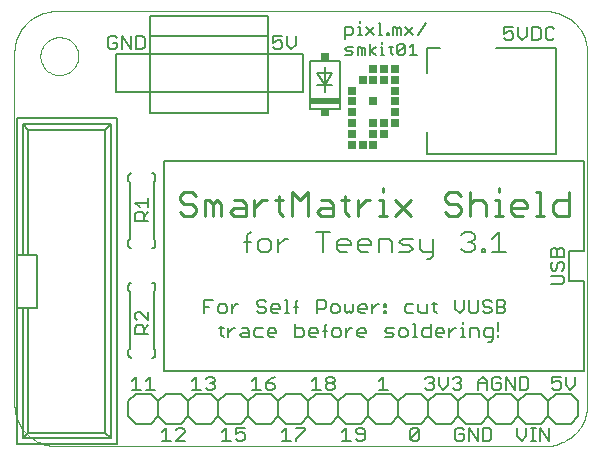
<source format=gto>
G75*
G70*
%OFA0B0*%
%FSLAX24Y24*%
%IPPOS*%
%LPD*%
%AMOC8*
5,1,8,0,0,1.08239X$1,22.5*
%
%ADD10C,0.0000*%
%ADD11C,0.0060*%
%ADD12C,0.0090*%
%ADD13C,0.0070*%
%ADD14C,0.0080*%
%ADD15C,0.0050*%
%ADD16R,0.1000X0.0200*%
%ADD17R,0.0300X0.0250*%
%ADD18R,0.0300X0.0300*%
D10*
X001580Y000180D02*
X017880Y000180D01*
X017953Y000182D01*
X018026Y000188D01*
X018099Y000197D01*
X018171Y000211D01*
X018242Y000228D01*
X018313Y000249D01*
X018382Y000273D01*
X018449Y000301D01*
X018516Y000333D01*
X018580Y000368D01*
X018642Y000406D01*
X018703Y000447D01*
X018761Y000492D01*
X018817Y000540D01*
X018870Y000590D01*
X018920Y000643D01*
X018968Y000699D01*
X019013Y000757D01*
X019054Y000818D01*
X019092Y000880D01*
X019127Y000944D01*
X019159Y001011D01*
X019187Y001078D01*
X019211Y001147D01*
X019232Y001218D01*
X019249Y001289D01*
X019263Y001361D01*
X019272Y001434D01*
X019278Y001507D01*
X019280Y001580D01*
X019280Y013280D01*
X019278Y013353D01*
X019272Y013426D01*
X019263Y013499D01*
X019249Y013571D01*
X019232Y013642D01*
X019211Y013713D01*
X019187Y013782D01*
X019159Y013849D01*
X019127Y013916D01*
X019092Y013980D01*
X019054Y014042D01*
X019013Y014103D01*
X018968Y014161D01*
X018920Y014217D01*
X018870Y014270D01*
X018817Y014320D01*
X018761Y014368D01*
X018703Y014413D01*
X018642Y014454D01*
X018580Y014492D01*
X018516Y014527D01*
X018449Y014559D01*
X018382Y014587D01*
X018313Y014611D01*
X018242Y014632D01*
X018171Y014649D01*
X018099Y014663D01*
X018026Y014672D01*
X017953Y014678D01*
X017880Y014680D01*
X001580Y014680D01*
X001507Y014678D01*
X001434Y014672D01*
X001361Y014663D01*
X001289Y014649D01*
X001218Y014632D01*
X001147Y014611D01*
X001078Y014587D01*
X001011Y014559D01*
X000944Y014527D01*
X000880Y014492D01*
X000818Y014454D01*
X000757Y014413D01*
X000699Y014368D01*
X000643Y014320D01*
X000590Y014270D01*
X000540Y014217D01*
X000492Y014161D01*
X000447Y014103D01*
X000406Y014042D01*
X000368Y013980D01*
X000333Y013916D01*
X000301Y013849D01*
X000273Y013782D01*
X000249Y013713D01*
X000228Y013642D01*
X000211Y013571D01*
X000197Y013499D01*
X000188Y013426D01*
X000182Y013353D01*
X000180Y013280D01*
X000180Y001580D01*
X000182Y001507D01*
X000188Y001434D01*
X000197Y001361D01*
X000211Y001289D01*
X000228Y001218D01*
X000249Y001147D01*
X000273Y001078D01*
X000301Y001011D01*
X000333Y000944D01*
X000368Y000880D01*
X000406Y000818D01*
X000447Y000757D01*
X000492Y000699D01*
X000540Y000643D01*
X000590Y000590D01*
X000643Y000540D01*
X000699Y000492D01*
X000757Y000447D01*
X000818Y000406D01*
X000880Y000368D01*
X000944Y000333D01*
X001011Y000301D01*
X001078Y000273D01*
X001147Y000249D01*
X001218Y000228D01*
X001289Y000211D01*
X001361Y000197D01*
X001434Y000188D01*
X001507Y000182D01*
X001580Y000180D01*
X001050Y013180D02*
X001052Y013230D01*
X001058Y013280D01*
X001068Y013329D01*
X001082Y013377D01*
X001099Y013424D01*
X001120Y013469D01*
X001145Y013513D01*
X001173Y013554D01*
X001205Y013593D01*
X001239Y013630D01*
X001276Y013664D01*
X001316Y013694D01*
X001358Y013721D01*
X001402Y013745D01*
X001448Y013766D01*
X001495Y013782D01*
X001543Y013795D01*
X001593Y013804D01*
X001642Y013809D01*
X001693Y013810D01*
X001743Y013807D01*
X001792Y013800D01*
X001841Y013789D01*
X001889Y013774D01*
X001935Y013756D01*
X001980Y013734D01*
X002023Y013708D01*
X002064Y013679D01*
X002103Y013647D01*
X002139Y013612D01*
X002171Y013574D01*
X002201Y013534D01*
X002228Y013491D01*
X002251Y013447D01*
X002270Y013401D01*
X002286Y013353D01*
X002298Y013304D01*
X002306Y013255D01*
X002310Y013205D01*
X002310Y013155D01*
X002306Y013105D01*
X002298Y013056D01*
X002286Y013007D01*
X002270Y012959D01*
X002251Y012913D01*
X002228Y012869D01*
X002201Y012826D01*
X002171Y012786D01*
X002139Y012748D01*
X002103Y012713D01*
X002064Y012681D01*
X002023Y012652D01*
X001980Y012626D01*
X001935Y012604D01*
X001889Y012586D01*
X001841Y012571D01*
X001792Y012560D01*
X001743Y012553D01*
X001693Y012550D01*
X001642Y012551D01*
X001593Y012556D01*
X001543Y012565D01*
X001495Y012578D01*
X001448Y012594D01*
X001402Y012615D01*
X001358Y012639D01*
X001316Y012666D01*
X001276Y012696D01*
X001239Y012730D01*
X001205Y012767D01*
X001173Y012806D01*
X001145Y012847D01*
X001120Y012891D01*
X001099Y012936D01*
X001082Y012983D01*
X001068Y013031D01*
X001058Y013080D01*
X001052Y013130D01*
X001050Y013180D01*
D11*
X000257Y004794D02*
X000257Y000239D01*
X003603Y000239D01*
X003603Y011121D01*
X000257Y011121D01*
X000257Y006566D01*
X000922Y006566D01*
X000922Y004794D01*
X000257Y004794D01*
X000257Y006566D01*
X000469Y006566D02*
X000469Y010914D01*
X000650Y010733D01*
X000650Y006566D01*
X000650Y004794D02*
X000650Y000627D01*
X000469Y000446D01*
X000469Y004794D01*
X003980Y005380D02*
X003980Y005530D01*
X003982Y005547D01*
X003986Y005564D01*
X003993Y005580D01*
X004003Y005594D01*
X004016Y005607D01*
X004030Y005617D01*
X004046Y005624D01*
X004063Y005628D01*
X004080Y005630D01*
X003980Y005380D02*
X004030Y005330D01*
X004030Y003430D01*
X003980Y003380D01*
X003980Y003230D01*
X003982Y003213D01*
X003986Y003196D01*
X003993Y003180D01*
X004003Y003166D01*
X004016Y003153D01*
X004030Y003143D01*
X004046Y003136D01*
X004063Y003132D01*
X004080Y003130D01*
X004780Y003130D02*
X004797Y003132D01*
X004814Y003136D01*
X004830Y003143D01*
X004844Y003153D01*
X004857Y003166D01*
X004867Y003180D01*
X004874Y003196D01*
X004878Y003213D01*
X004880Y003230D01*
X004880Y003380D01*
X004830Y003430D01*
X004830Y005330D01*
X004880Y005380D01*
X004880Y005530D01*
X004878Y005547D01*
X004874Y005564D01*
X004867Y005580D01*
X004857Y005594D01*
X004844Y005607D01*
X004830Y005617D01*
X004814Y005624D01*
X004797Y005628D01*
X004780Y005630D01*
X004650Y004664D02*
X004650Y004370D01*
X004356Y004664D01*
X004283Y004664D01*
X004210Y004591D01*
X004210Y004444D01*
X004283Y004370D01*
X004283Y004204D02*
X004430Y004204D01*
X004503Y004130D01*
X004503Y003910D01*
X004503Y004057D02*
X004650Y004204D01*
X004650Y003910D02*
X004210Y003910D01*
X004210Y004130D01*
X004283Y004204D01*
X006510Y004610D02*
X006510Y005050D01*
X006804Y005050D01*
X006657Y004830D02*
X006510Y004830D01*
X006970Y004830D02*
X006970Y004683D01*
X007044Y004610D01*
X007191Y004610D01*
X007264Y004683D01*
X007264Y004830D01*
X007191Y004904D01*
X007044Y004904D01*
X006970Y004830D01*
X007431Y004757D02*
X007578Y004904D01*
X007651Y004904D01*
X007431Y004904D02*
X007431Y004610D01*
X007083Y004177D02*
X007083Y003883D01*
X007157Y003810D01*
X007317Y003810D02*
X007317Y004104D01*
X007317Y003957D02*
X007464Y004104D01*
X007537Y004104D01*
X007774Y004104D02*
X007921Y004104D01*
X007994Y004030D01*
X007994Y003810D01*
X007774Y003810D01*
X007701Y003883D01*
X007774Y003957D01*
X007994Y003957D01*
X008161Y004030D02*
X008161Y003883D01*
X008234Y003810D01*
X008455Y003810D01*
X008621Y003883D02*
X008621Y004030D01*
X008695Y004104D01*
X008842Y004104D01*
X008915Y004030D01*
X008915Y003957D01*
X008621Y003957D01*
X008621Y003883D02*
X008695Y003810D01*
X008842Y003810D01*
X008455Y004104D02*
X008234Y004104D01*
X008161Y004030D01*
X008348Y004610D02*
X008275Y004683D01*
X008348Y004610D02*
X008495Y004610D01*
X008568Y004683D01*
X008568Y004757D01*
X008495Y004830D01*
X008348Y004830D01*
X008275Y004904D01*
X008275Y004977D01*
X008348Y005050D01*
X008495Y005050D01*
X008568Y004977D01*
X008735Y004830D02*
X008809Y004904D01*
X008955Y004904D01*
X009029Y004830D01*
X009029Y004757D01*
X008735Y004757D01*
X008735Y004830D02*
X008735Y004683D01*
X008809Y004610D01*
X008955Y004610D01*
X009196Y004610D02*
X009342Y004610D01*
X009269Y004610D02*
X009269Y005050D01*
X009196Y005050D01*
X009503Y004830D02*
X009649Y004830D01*
X009576Y004977D02*
X009576Y004610D01*
X009576Y004977D02*
X009649Y005050D01*
X010270Y005050D02*
X010270Y004610D01*
X010270Y004757D02*
X010490Y004757D01*
X010563Y004830D01*
X010563Y004977D01*
X010490Y005050D01*
X010270Y005050D01*
X010730Y004830D02*
X010730Y004683D01*
X010804Y004610D01*
X010950Y004610D01*
X011024Y004683D01*
X011024Y004830D01*
X010950Y004904D01*
X010804Y004904D01*
X010730Y004830D01*
X011191Y004904D02*
X011191Y004683D01*
X011264Y004610D01*
X011337Y004683D01*
X011411Y004610D01*
X011484Y004683D01*
X011484Y004904D01*
X011651Y004830D02*
X011724Y004904D01*
X011871Y004904D01*
X011945Y004830D01*
X011945Y004757D01*
X011651Y004757D01*
X011651Y004830D02*
X011651Y004683D01*
X011724Y004610D01*
X011871Y004610D01*
X012111Y004610D02*
X012111Y004904D01*
X012111Y004757D02*
X012258Y004904D01*
X012332Y004904D01*
X012495Y004904D02*
X012495Y004830D01*
X012568Y004830D01*
X012568Y004904D01*
X012495Y004904D01*
X012495Y004683D02*
X012495Y004610D01*
X012568Y004610D01*
X012568Y004683D01*
X012495Y004683D01*
X013186Y004683D02*
X013259Y004610D01*
X013479Y004610D01*
X013646Y004683D02*
X013646Y004904D01*
X013479Y004904D02*
X013259Y004904D01*
X013186Y004830D01*
X013186Y004683D01*
X013646Y004683D02*
X013719Y004610D01*
X013940Y004610D01*
X013940Y004904D01*
X014106Y004904D02*
X014253Y004904D01*
X014180Y004977D02*
X014180Y004683D01*
X014253Y004610D01*
X014056Y004250D02*
X014056Y003810D01*
X013836Y003810D01*
X013762Y003883D01*
X013762Y004030D01*
X013836Y004104D01*
X014056Y004104D01*
X014223Y004030D02*
X014223Y003883D01*
X014296Y003810D01*
X014443Y003810D01*
X014516Y003957D02*
X014223Y003957D01*
X014223Y004030D02*
X014296Y004104D01*
X014443Y004104D01*
X014516Y004030D01*
X014516Y003957D01*
X014683Y003957D02*
X014830Y004104D01*
X014903Y004104D01*
X015067Y004104D02*
X015140Y004104D01*
X015140Y003810D01*
X015067Y003810D02*
X015214Y003810D01*
X015374Y003810D02*
X015374Y004104D01*
X015594Y004104D01*
X015667Y004030D01*
X015667Y003810D01*
X015834Y003883D02*
X015908Y003810D01*
X016128Y003810D01*
X016128Y003737D02*
X016128Y004104D01*
X015908Y004104D01*
X015834Y004030D01*
X015834Y003883D01*
X016054Y003663D02*
X016128Y003737D01*
X016054Y003663D02*
X015981Y003663D01*
X016295Y003810D02*
X016295Y003883D01*
X016295Y004030D02*
X016295Y004324D01*
X016255Y004610D02*
X016475Y004610D01*
X016549Y004683D01*
X016549Y004757D01*
X016475Y004830D01*
X016255Y004830D01*
X016088Y004757D02*
X016088Y004683D01*
X016015Y004610D01*
X015868Y004610D01*
X015795Y004683D01*
X015868Y004830D02*
X015795Y004904D01*
X015795Y004977D01*
X015868Y005050D01*
X016015Y005050D01*
X016088Y004977D01*
X016015Y004830D02*
X016088Y004757D01*
X016015Y004830D02*
X015868Y004830D01*
X015628Y004683D02*
X015628Y005050D01*
X015334Y005050D02*
X015334Y004683D01*
X015408Y004610D01*
X015554Y004610D01*
X015628Y004683D01*
X015167Y004757D02*
X015167Y005050D01*
X014874Y005050D02*
X014874Y004757D01*
X015021Y004610D01*
X015167Y004757D01*
X015140Y004324D02*
X015140Y004250D01*
X014683Y004104D02*
X014683Y003810D01*
X013602Y003810D02*
X013455Y003810D01*
X013529Y003810D02*
X013529Y004250D01*
X013455Y004250D01*
X013289Y004030D02*
X013215Y004104D01*
X013068Y004104D01*
X012995Y004030D01*
X012995Y003883D01*
X013068Y003810D01*
X013215Y003810D01*
X013289Y003883D01*
X013289Y004030D01*
X012828Y004104D02*
X012608Y004104D01*
X012535Y004030D01*
X012608Y003957D01*
X012755Y003957D01*
X012828Y003883D01*
X012755Y003810D01*
X012535Y003810D01*
X011908Y003957D02*
X011614Y003957D01*
X011614Y004030D02*
X011614Y003883D01*
X011687Y003810D01*
X011834Y003810D01*
X011908Y003957D02*
X011908Y004030D01*
X011834Y004104D01*
X011687Y004104D01*
X011614Y004030D01*
X011450Y004104D02*
X011377Y004104D01*
X011230Y003957D01*
X011230Y003810D02*
X011230Y004104D01*
X011063Y004030D02*
X011063Y003883D01*
X010990Y003810D01*
X010843Y003810D01*
X010770Y003883D01*
X010770Y004030D01*
X010843Y004104D01*
X010990Y004104D01*
X011063Y004030D01*
X010610Y004030D02*
X010463Y004030D01*
X010536Y004177D02*
X010610Y004250D01*
X010536Y004177D02*
X010536Y003810D01*
X010296Y003957D02*
X010003Y003957D01*
X010003Y004030D02*
X010003Y003883D01*
X010076Y003810D01*
X010223Y003810D01*
X010296Y003957D02*
X010296Y004030D01*
X010223Y004104D01*
X010076Y004104D01*
X010003Y004030D01*
X009836Y004030D02*
X009762Y004104D01*
X009542Y004104D01*
X009542Y004250D02*
X009542Y003810D01*
X009762Y003810D01*
X009836Y003883D01*
X009836Y004030D01*
X010246Y002500D02*
X010246Y002060D01*
X010230Y001930D02*
X010730Y001930D01*
X010980Y001680D01*
X011230Y001930D01*
X011730Y001930D01*
X011980Y001680D01*
X012230Y001930D01*
X012730Y001930D01*
X012980Y001680D01*
X013230Y001930D01*
X013730Y001930D01*
X013980Y001680D01*
X014230Y001930D01*
X014730Y001930D01*
X014980Y001680D01*
X015230Y001930D01*
X015730Y001930D01*
X015980Y001680D01*
X016230Y001930D01*
X016730Y001930D01*
X016980Y001680D01*
X017230Y001930D01*
X017730Y001930D01*
X017980Y001680D01*
X018230Y001930D01*
X018730Y001930D01*
X018980Y001680D01*
X018980Y001180D01*
X018730Y000930D01*
X018230Y000930D01*
X017980Y001180D01*
X017730Y000930D01*
X017230Y000930D01*
X016980Y001180D01*
X016980Y001680D01*
X017020Y002060D02*
X017241Y002060D01*
X017314Y002133D01*
X017314Y002427D01*
X017241Y002500D01*
X017020Y002500D01*
X017020Y002060D01*
X016854Y002060D02*
X016854Y002500D01*
X016560Y002500D02*
X016854Y002060D01*
X016560Y002060D02*
X016560Y002500D01*
X016393Y002427D02*
X016320Y002500D01*
X016173Y002500D01*
X016100Y002427D01*
X016100Y002133D01*
X016173Y002060D01*
X016320Y002060D01*
X016393Y002133D01*
X016393Y002280D01*
X016246Y002280D01*
X015933Y002280D02*
X015639Y002280D01*
X015639Y002354D02*
X015786Y002500D01*
X015933Y002354D01*
X015933Y002060D01*
X015639Y002060D02*
X015639Y002354D01*
X015084Y002354D02*
X015010Y002280D01*
X015084Y002207D01*
X015084Y002133D01*
X015010Y002060D01*
X014864Y002060D01*
X014790Y002133D01*
X014623Y002207D02*
X014623Y002500D01*
X014790Y002427D02*
X014864Y002500D01*
X015010Y002500D01*
X015084Y002427D01*
X015084Y002354D01*
X015010Y002280D02*
X014937Y002280D01*
X014623Y002207D02*
X014477Y002060D01*
X014330Y002207D01*
X014330Y002500D01*
X014163Y002427D02*
X014163Y002354D01*
X014090Y002280D01*
X014163Y002207D01*
X014163Y002133D01*
X014090Y002060D01*
X013943Y002060D01*
X013869Y002133D01*
X014016Y002280D02*
X014090Y002280D01*
X014163Y002427D02*
X014090Y002500D01*
X013943Y002500D01*
X013869Y002427D01*
X013980Y001680D02*
X013980Y001180D01*
X014230Y000930D01*
X014730Y000930D01*
X014980Y001180D01*
X014980Y001680D01*
X014980Y001180D02*
X015230Y000930D01*
X015730Y000930D01*
X015980Y001180D01*
X015980Y001680D01*
X015980Y001180D02*
X016230Y000930D01*
X016730Y000930D01*
X016980Y001180D01*
X016946Y000800D02*
X016946Y000507D01*
X017093Y000360D01*
X017240Y000507D01*
X017240Y000800D01*
X017407Y000800D02*
X017553Y000800D01*
X017480Y000800D02*
X017480Y000360D01*
X017407Y000360D02*
X017553Y000360D01*
X017713Y000360D02*
X017713Y000800D01*
X018007Y000360D01*
X018007Y000800D01*
X017980Y001180D02*
X017980Y001680D01*
X018173Y002060D02*
X018100Y002133D01*
X018173Y002060D02*
X018320Y002060D01*
X018393Y002133D01*
X018393Y002280D01*
X018320Y002354D01*
X018246Y002354D01*
X018100Y002280D01*
X018100Y002500D01*
X018393Y002500D01*
X018560Y002500D02*
X018560Y002207D01*
X018707Y002060D01*
X018854Y002207D01*
X018854Y002500D01*
X016084Y000727D02*
X016084Y000433D01*
X016010Y000360D01*
X015790Y000360D01*
X015790Y000800D01*
X016010Y000800D01*
X016084Y000727D01*
X015623Y000800D02*
X015623Y000360D01*
X015330Y000800D01*
X015330Y000360D01*
X015163Y000433D02*
X015163Y000580D01*
X015016Y000580D01*
X014869Y000433D02*
X014943Y000360D01*
X015090Y000360D01*
X015163Y000433D01*
X014869Y000433D02*
X014869Y000727D01*
X014943Y000800D01*
X015090Y000800D01*
X015163Y000727D01*
X013980Y001180D02*
X013730Y000930D01*
X013230Y000930D01*
X012980Y001180D01*
X012730Y000930D01*
X012230Y000930D01*
X011980Y001180D01*
X011730Y000930D01*
X011230Y000930D01*
X010980Y001180D01*
X010980Y001680D01*
X010780Y002060D02*
X010633Y002060D01*
X010560Y002133D01*
X010560Y002207D01*
X010633Y002280D01*
X010780Y002280D01*
X010854Y002207D01*
X010854Y002133D01*
X010780Y002060D01*
X010780Y002280D02*
X010854Y002354D01*
X010854Y002427D01*
X010780Y002500D01*
X010633Y002500D01*
X010560Y002427D01*
X010560Y002354D01*
X010633Y002280D01*
X010393Y002060D02*
X010100Y002060D01*
X010230Y001930D02*
X009980Y001680D01*
X009730Y001930D01*
X009230Y001930D01*
X008980Y001680D01*
X008730Y001930D01*
X008230Y001930D01*
X007980Y001680D01*
X007980Y001180D01*
X008230Y000930D01*
X008730Y000930D01*
X008980Y001180D01*
X008980Y001680D01*
X008780Y002060D02*
X008854Y002133D01*
X008854Y002207D01*
X008780Y002280D01*
X008560Y002280D01*
X008560Y002133D01*
X008633Y002060D01*
X008780Y002060D01*
X008560Y002280D02*
X008707Y002427D01*
X008854Y002500D01*
X008246Y002500D02*
X008246Y002060D01*
X008100Y002060D02*
X008393Y002060D01*
X008100Y002354D02*
X008246Y002500D01*
X007730Y001930D02*
X007980Y001680D01*
X007730Y001930D02*
X007230Y001930D01*
X006980Y001680D01*
X006730Y001930D01*
X006230Y001930D01*
X005980Y001680D01*
X005730Y001930D01*
X005230Y001930D01*
X004980Y001680D01*
X004730Y001930D01*
X004230Y001930D01*
X003980Y001680D01*
X003980Y001180D01*
X004230Y000930D01*
X004730Y000930D01*
X004980Y001180D01*
X004980Y001680D01*
X004854Y002060D02*
X004560Y002060D01*
X004707Y002060D02*
X004707Y002500D01*
X004560Y002354D01*
X004246Y002500D02*
X004246Y002060D01*
X004100Y002060D02*
X004393Y002060D01*
X004100Y002354D02*
X004246Y002500D01*
X005980Y001680D02*
X005980Y001180D01*
X005730Y000930D01*
X005230Y000930D01*
X004980Y001180D01*
X005246Y000800D02*
X005246Y000360D01*
X005100Y000360D02*
X005393Y000360D01*
X005560Y000360D02*
X005854Y000654D01*
X005854Y000727D01*
X005780Y000800D01*
X005633Y000800D01*
X005560Y000727D01*
X005246Y000800D02*
X005100Y000654D01*
X005560Y000360D02*
X005854Y000360D01*
X006230Y000930D02*
X005980Y001180D01*
X006230Y000930D02*
X006730Y000930D01*
X006980Y001180D01*
X006980Y001680D01*
X006780Y002060D02*
X006633Y002060D01*
X006560Y002133D01*
X006393Y002060D02*
X006100Y002060D01*
X006246Y002060D02*
X006246Y002500D01*
X006100Y002354D01*
X006560Y002427D02*
X006633Y002500D01*
X006780Y002500D01*
X006854Y002427D01*
X006854Y002354D01*
X006780Y002280D01*
X006854Y002207D01*
X006854Y002133D01*
X006780Y002060D01*
X006780Y002280D02*
X006707Y002280D01*
X006980Y001180D02*
X007230Y000930D01*
X007730Y000930D01*
X007980Y001180D01*
X007854Y000800D02*
X007560Y000800D01*
X007560Y000580D01*
X007707Y000654D01*
X007780Y000654D01*
X007854Y000580D01*
X007854Y000433D01*
X007780Y000360D01*
X007633Y000360D01*
X007560Y000433D01*
X007393Y000360D02*
X007100Y000360D01*
X007246Y000360D02*
X007246Y000800D01*
X007100Y000654D01*
X008980Y001180D02*
X009230Y000930D01*
X009730Y000930D01*
X009980Y001180D01*
X009980Y001680D01*
X009980Y001180D02*
X010230Y000930D01*
X010730Y000930D01*
X010980Y001180D01*
X011246Y000800D02*
X011246Y000360D01*
X011100Y000360D02*
X011393Y000360D01*
X011560Y000433D02*
X011633Y000360D01*
X011780Y000360D01*
X011854Y000433D01*
X011854Y000727D01*
X011780Y000800D01*
X011633Y000800D01*
X011560Y000727D01*
X011560Y000654D01*
X011633Y000580D01*
X011854Y000580D01*
X011246Y000800D02*
X011100Y000654D01*
X011980Y001180D02*
X011980Y001680D01*
X012330Y002060D02*
X012623Y002060D01*
X012477Y002060D02*
X012477Y002500D01*
X012330Y002354D01*
X012980Y001680D02*
X012980Y001180D01*
X013380Y000727D02*
X013453Y000800D01*
X013600Y000800D01*
X013673Y000727D01*
X013380Y000433D01*
X013453Y000360D01*
X013600Y000360D01*
X013673Y000433D01*
X013673Y000727D01*
X013380Y000727D02*
X013380Y000433D01*
X010246Y002500D02*
X010100Y002354D01*
X009854Y000800D02*
X009560Y000800D01*
X009246Y000800D02*
X009246Y000360D01*
X009100Y000360D02*
X009393Y000360D01*
X009560Y000360D02*
X009560Y000433D01*
X009854Y000727D01*
X009854Y000800D01*
X009246Y000800D02*
X009100Y000654D01*
X007157Y004104D02*
X007010Y004104D01*
X004880Y006880D02*
X004880Y007030D01*
X004830Y007080D01*
X004830Y008980D01*
X004880Y009030D01*
X004880Y009180D01*
X004878Y009197D01*
X004874Y009214D01*
X004867Y009230D01*
X004857Y009244D01*
X004844Y009257D01*
X004830Y009267D01*
X004814Y009274D01*
X004797Y009278D01*
X004780Y009280D01*
X004080Y009280D02*
X004063Y009278D01*
X004046Y009274D01*
X004030Y009267D01*
X004016Y009257D01*
X004003Y009244D01*
X003993Y009230D01*
X003986Y009214D01*
X003982Y009197D01*
X003980Y009180D01*
X003980Y009030D01*
X004030Y008980D01*
X004030Y007080D01*
X003980Y007030D01*
X003980Y006880D01*
X003982Y006863D01*
X003986Y006846D01*
X003993Y006830D01*
X004003Y006816D01*
X004016Y006803D01*
X004030Y006793D01*
X004046Y006786D01*
X004063Y006782D01*
X004080Y006780D01*
X004780Y006780D02*
X004797Y006782D01*
X004814Y006786D01*
X004830Y006793D01*
X004844Y006803D01*
X004857Y006816D01*
X004867Y006830D01*
X004874Y006846D01*
X004878Y006863D01*
X004880Y006880D01*
X004650Y007685D02*
X004210Y007685D01*
X004210Y007905D01*
X004283Y007979D01*
X004430Y007979D01*
X004503Y007905D01*
X004503Y007685D01*
X004503Y007832D02*
X004650Y007979D01*
X004650Y008145D02*
X004650Y008439D01*
X004650Y008292D02*
X004210Y008292D01*
X004356Y008145D01*
X003210Y010733D02*
X000650Y010733D01*
X000469Y010914D02*
X003391Y010914D01*
X003210Y010733D01*
X003210Y000627D01*
X003391Y000446D01*
X000469Y000446D01*
X000650Y000627D02*
X003210Y000627D01*
X003391Y000446D02*
X003391Y010914D01*
X003383Y013410D02*
X003530Y013410D01*
X003604Y013483D01*
X003604Y013630D01*
X003457Y013630D01*
X003604Y013777D02*
X003530Y013850D01*
X003383Y013850D01*
X003310Y013777D01*
X003310Y013483D01*
X003383Y013410D01*
X003770Y013410D02*
X003770Y013850D01*
X004064Y013410D01*
X004064Y013850D01*
X004231Y013850D02*
X004451Y013850D01*
X004524Y013777D01*
X004524Y013483D01*
X004451Y013410D01*
X004231Y013410D01*
X004231Y013850D01*
X008810Y013850D02*
X008810Y013630D01*
X008957Y013704D01*
X009030Y013704D01*
X009104Y013630D01*
X009104Y013483D01*
X009030Y013410D01*
X008883Y013410D01*
X008810Y013483D01*
X008810Y013850D02*
X009104Y013850D01*
X009270Y013850D02*
X009270Y013557D01*
X009417Y013410D01*
X009564Y013557D01*
X009564Y013850D01*
X010030Y013030D02*
X010030Y011430D01*
X011030Y011430D01*
X011030Y013030D01*
X010030Y013030D01*
X010530Y012830D02*
X010530Y012230D01*
X010780Y012230D01*
X010530Y012230D02*
X010280Y012230D01*
X010530Y012230D02*
X010280Y012630D01*
X010780Y012630D01*
X010530Y012230D01*
X010530Y011980D01*
X016510Y013783D02*
X016583Y013710D01*
X016730Y013710D01*
X016804Y013783D01*
X016804Y013930D01*
X016730Y014004D01*
X016657Y014004D01*
X016510Y013930D01*
X016510Y014150D01*
X016804Y014150D01*
X016970Y014150D02*
X016970Y013857D01*
X017117Y013710D01*
X017264Y013857D01*
X017264Y014150D01*
X017431Y014150D02*
X017651Y014150D01*
X017724Y014077D01*
X017724Y013783D01*
X017651Y013710D01*
X017431Y013710D01*
X017431Y014150D01*
X017891Y014077D02*
X017891Y013783D01*
X017965Y013710D01*
X018111Y013710D01*
X018185Y013783D01*
X018185Y014077D02*
X018111Y014150D01*
X017965Y014150D01*
X017891Y014077D01*
X018133Y006784D02*
X018206Y006784D01*
X018280Y006710D01*
X018280Y006490D01*
X018353Y006323D02*
X018427Y006323D01*
X018500Y006250D01*
X018500Y006103D01*
X018427Y006030D01*
X018280Y006103D02*
X018280Y006250D01*
X018353Y006323D01*
X018133Y006323D02*
X018060Y006250D01*
X018060Y006103D01*
X018133Y006030D01*
X018206Y006030D01*
X018280Y006103D01*
X018427Y005863D02*
X018060Y005863D01*
X018427Y005863D02*
X018500Y005790D01*
X018500Y005643D01*
X018427Y005569D01*
X018060Y005569D01*
X018060Y006490D02*
X018060Y006710D01*
X018133Y006784D01*
X018280Y006710D02*
X018353Y006784D01*
X018427Y006784D01*
X018500Y006710D01*
X018500Y006490D01*
X018060Y006490D01*
X016549Y004977D02*
X016549Y004904D01*
X016475Y004830D01*
X016549Y004977D02*
X016475Y005050D01*
X016255Y005050D01*
X016255Y004610D01*
D12*
X016192Y007850D02*
X016463Y007850D01*
X016327Y007850D02*
X016327Y008390D01*
X016192Y008390D01*
X015904Y008255D02*
X015904Y007850D01*
X015904Y008255D02*
X015769Y008390D01*
X015499Y008390D01*
X015364Y008255D01*
X015075Y008120D02*
X015075Y007985D01*
X014940Y007850D01*
X014670Y007850D01*
X014535Y007985D01*
X014670Y008255D02*
X014940Y008255D01*
X015075Y008120D01*
X015364Y007850D02*
X015364Y008661D01*
X015075Y008526D02*
X014940Y008661D01*
X014670Y008661D01*
X014535Y008526D01*
X014535Y008390D01*
X014670Y008255D01*
X013418Y008390D02*
X012877Y007850D01*
X012595Y007850D02*
X012325Y007850D01*
X012460Y007850D02*
X012460Y008390D01*
X012325Y008390D01*
X012040Y008390D02*
X011905Y008390D01*
X011634Y008120D01*
X011634Y007850D02*
X011634Y008390D01*
X011352Y008390D02*
X011082Y008390D01*
X011217Y008526D02*
X011217Y007985D01*
X011352Y007850D01*
X010794Y007850D02*
X010794Y008255D01*
X010659Y008390D01*
X010388Y008390D01*
X010388Y008120D02*
X010794Y008120D01*
X010794Y007850D02*
X010388Y007850D01*
X010253Y007985D01*
X010388Y008120D01*
X009965Y007850D02*
X009965Y008661D01*
X009695Y008390D01*
X009425Y008661D01*
X009425Y007850D01*
X009142Y007850D02*
X009007Y007985D01*
X009007Y008526D01*
X008872Y008390D02*
X009142Y008390D01*
X008587Y008390D02*
X008452Y008390D01*
X008181Y008120D01*
X007893Y008120D02*
X007488Y008120D01*
X007353Y007985D01*
X007488Y007850D01*
X007893Y007850D01*
X007893Y008255D01*
X007758Y008390D01*
X007488Y008390D01*
X007065Y008255D02*
X007065Y007850D01*
X006794Y007850D02*
X006794Y008255D01*
X006929Y008390D01*
X007065Y008255D01*
X006794Y008255D02*
X006659Y008390D01*
X006524Y008390D01*
X006524Y007850D01*
X006236Y007985D02*
X006101Y007850D01*
X005830Y007850D01*
X005695Y007985D01*
X005830Y008255D02*
X006101Y008255D01*
X006236Y008120D01*
X006236Y007985D01*
X005830Y008255D02*
X005695Y008390D01*
X005695Y008526D01*
X005830Y008661D01*
X006101Y008661D01*
X006236Y008526D01*
X008181Y008390D02*
X008181Y007850D01*
X012460Y008661D02*
X012460Y008796D01*
X012877Y008390D02*
X013418Y007850D01*
X016327Y008661D02*
X016327Y008796D01*
X016745Y008255D02*
X016880Y008390D01*
X017150Y008390D01*
X017285Y008255D01*
X017285Y008120D01*
X016745Y008120D01*
X016745Y007985D02*
X016745Y008255D01*
X016745Y007985D02*
X016880Y007850D01*
X017150Y007850D01*
X017573Y007850D02*
X017844Y007850D01*
X017709Y007850D02*
X017709Y008661D01*
X017573Y008661D01*
X018126Y008255D02*
X018261Y008390D01*
X018666Y008390D01*
X018666Y008661D02*
X018666Y007850D01*
X018261Y007850D01*
X018126Y007985D01*
X018126Y008255D01*
D13*
X013609Y013215D02*
X013356Y013215D01*
X013483Y013215D02*
X013483Y013595D01*
X013356Y013469D01*
X013195Y013532D02*
X013195Y013278D01*
X013132Y013215D01*
X013005Y013215D01*
X012941Y013278D01*
X013195Y013532D01*
X013132Y013595D01*
X013005Y013595D01*
X012941Y013532D01*
X012941Y013278D01*
X012792Y013215D02*
X012729Y013278D01*
X012729Y013532D01*
X012665Y013469D02*
X012792Y013469D01*
X012452Y013469D02*
X012452Y013215D01*
X012389Y013215D02*
X012516Y013215D01*
X012234Y013215D02*
X012044Y013342D01*
X012234Y013469D01*
X012389Y013469D02*
X012452Y013469D01*
X012452Y013595D02*
X012452Y013659D01*
X012447Y013890D02*
X012320Y013890D01*
X012383Y013890D02*
X012383Y014270D01*
X012320Y014270D01*
X012159Y014144D02*
X011906Y013890D01*
X011756Y013890D02*
X011629Y013890D01*
X011693Y013890D02*
X011693Y014144D01*
X011629Y014144D01*
X011693Y014270D02*
X011693Y014334D01*
X011906Y014144D02*
X012159Y013890D01*
X012044Y013595D02*
X012044Y013215D01*
X011883Y013215D02*
X011883Y013405D01*
X011820Y013469D01*
X011756Y013405D01*
X011756Y013215D01*
X011629Y013215D02*
X011629Y013469D01*
X011693Y013469D01*
X011756Y013405D01*
X011469Y013469D02*
X011278Y013469D01*
X011215Y013405D01*
X011278Y013342D01*
X011405Y013342D01*
X011469Y013278D01*
X011405Y013215D01*
X011215Y013215D01*
X011215Y013763D02*
X011215Y014144D01*
X011405Y014144D01*
X011469Y014080D01*
X011469Y013953D01*
X011405Y013890D01*
X011215Y013890D01*
X012596Y013890D02*
X012660Y013890D01*
X012660Y013953D01*
X012596Y013953D01*
X012596Y013890D01*
X012803Y013890D02*
X012803Y014144D01*
X012867Y014144D01*
X012930Y014080D01*
X012994Y014144D01*
X013057Y014080D01*
X013057Y013890D01*
X012930Y013890D02*
X012930Y014080D01*
X013218Y014144D02*
X013471Y013890D01*
X013632Y013890D02*
X013886Y014270D01*
X013471Y014144D02*
X013218Y013890D01*
D14*
X013939Y013452D02*
X014373Y013452D01*
X013939Y013452D02*
X013939Y012625D01*
X016223Y013452D02*
X018231Y013452D01*
X018231Y009908D01*
X013939Y009908D01*
X013939Y010656D01*
X015194Y007316D02*
X015418Y007316D01*
X015529Y007204D01*
X015529Y007092D01*
X015418Y006980D01*
X015529Y006869D01*
X015529Y006757D01*
X015418Y006645D01*
X015194Y006645D01*
X015082Y006757D01*
X015306Y006980D02*
X015418Y006980D01*
X015082Y007204D02*
X015194Y007316D01*
X015773Y006757D02*
X015885Y006757D01*
X015885Y006645D01*
X015773Y006645D01*
X015773Y006757D01*
X016118Y006645D02*
X016565Y006645D01*
X016342Y006645D02*
X016342Y007316D01*
X016118Y007092D01*
X014148Y007092D02*
X014148Y006533D01*
X014036Y006421D01*
X013925Y006421D01*
X013813Y006645D02*
X014148Y006645D01*
X013813Y006645D02*
X013701Y006757D01*
X013701Y007092D01*
X013458Y007092D02*
X013122Y007092D01*
X013011Y006980D01*
X013122Y006869D01*
X013346Y006869D01*
X013458Y006757D01*
X013346Y006645D01*
X013011Y006645D01*
X012767Y006645D02*
X012767Y006980D01*
X012655Y007092D01*
X012320Y007092D01*
X012320Y006645D01*
X012076Y006869D02*
X011629Y006869D01*
X011629Y006980D02*
X011741Y007092D01*
X011965Y007092D01*
X012076Y006980D01*
X012076Y006869D01*
X011965Y006645D02*
X011741Y006645D01*
X011629Y006757D01*
X011629Y006980D01*
X011386Y006980D02*
X011386Y006869D01*
X010939Y006869D01*
X010939Y006980D02*
X011051Y007092D01*
X011274Y007092D01*
X011386Y006980D01*
X011274Y006645D02*
X011051Y006645D01*
X010939Y006757D01*
X010939Y006980D01*
X010472Y006645D02*
X010472Y007316D01*
X010695Y007316D02*
X010248Y007316D01*
X009317Y007092D02*
X009206Y007092D01*
X008982Y006869D01*
X008982Y007092D02*
X008982Y006645D01*
X008739Y006757D02*
X008739Y006980D01*
X008627Y007092D01*
X008403Y007092D01*
X008292Y006980D01*
X008292Y006757D01*
X008403Y006645D01*
X008627Y006645D01*
X008739Y006757D01*
X008055Y006980D02*
X007831Y006980D01*
X007943Y007204D02*
X007943Y006645D01*
X007943Y007204D02*
X008055Y007316D01*
X005180Y009680D02*
X019180Y009680D01*
X019180Y006680D01*
X018680Y006680D01*
X018680Y005680D01*
X019180Y005680D01*
X019180Y002680D01*
X005180Y002680D01*
X005180Y009680D01*
D15*
X004711Y011287D02*
X008649Y011287D01*
X008649Y013846D01*
X004711Y013846D01*
X004711Y011287D01*
X003562Y011990D02*
X003562Y013250D01*
X009798Y013250D01*
X009798Y011990D01*
X003562Y011990D01*
X004711Y013846D02*
X004711Y014515D01*
X008649Y014515D01*
X008649Y013846D01*
D16*
X010530Y011680D03*
D17*
X010530Y011305D03*
X010530Y013155D03*
D18*
X011790Y012390D03*
X012150Y012390D03*
X012150Y012750D03*
X012510Y012750D03*
X012510Y012390D03*
X012870Y012390D03*
X012870Y012750D03*
X012870Y012030D03*
X012870Y011670D03*
X012870Y011310D03*
X012870Y010950D03*
X012510Y010950D03*
X012510Y010590D03*
X012150Y010590D03*
X012150Y010950D03*
X011430Y010950D03*
X011430Y010590D03*
X011430Y010230D03*
X011790Y010230D03*
X012150Y010230D03*
X011430Y011310D03*
X011430Y011670D03*
X011430Y012030D03*
X012150Y011670D03*
M02*

</source>
